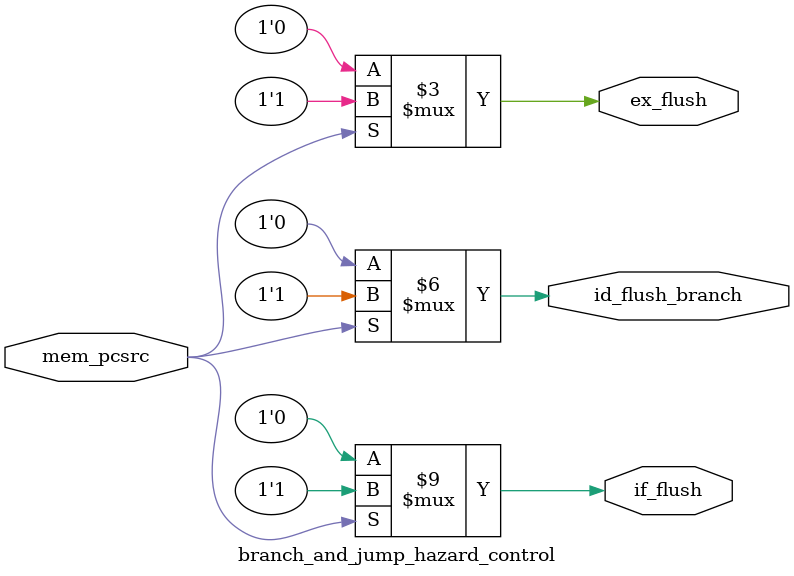
<source format=v>
module branch_and_jump_hazard_control (mem_pcsrc, if_flush, id_flush_branch, ex_flush);
	input mem_pcsrc; // the pcsrc generated in mem stage will be 1 if branch is taken or a jump instruction is detected at mem stage
	output if_flush, id_flush_branch, ex_flush;
	reg if_flush, id_flush_branch, ex_flush;
	always @(mem_pcsrc)
	begin
		if(mem_pcsrc)
		begin if_flush<=1; id_flush_branch<=1; ex_flush<=1; end
		else 
		begin if_flush<=0; id_flush_branch<=0; ex_flush<=0; end
	end
endmodule

</source>
